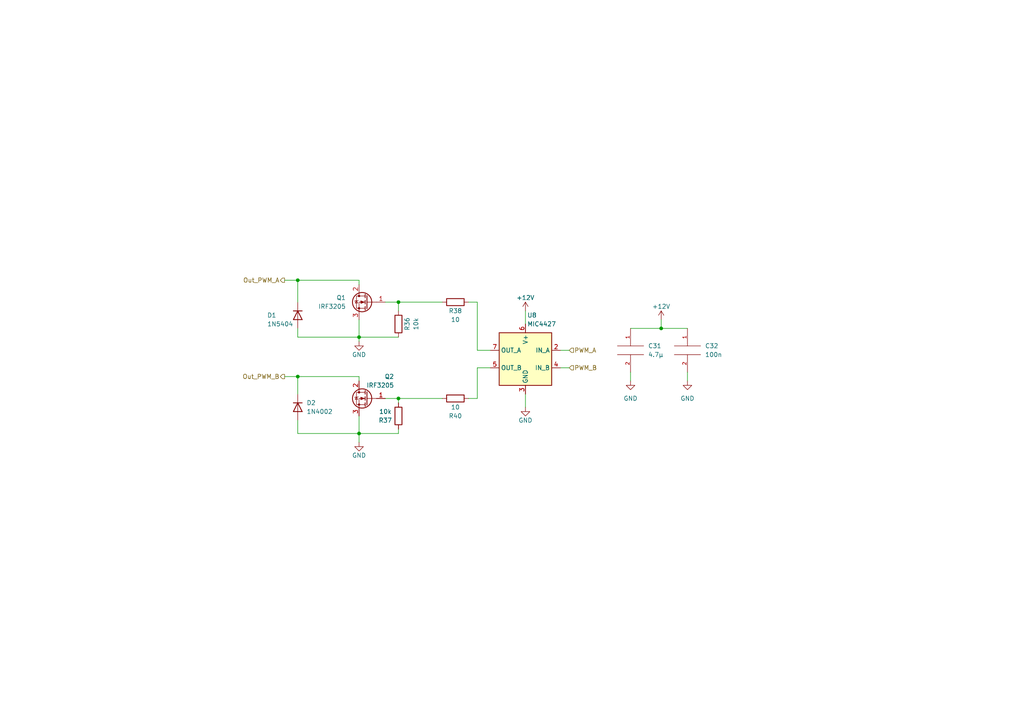
<source format=kicad_sch>
(kicad_sch (version 20211123) (generator eeschema)

  (uuid 1a01fbeb-2e4d-4349-8cf1-7d274ed47e82)

  (paper "A4")

  (lib_symbols
    (symbol "Device:R" (pin_numbers hide) (pin_names (offset 0)) (in_bom yes) (on_board yes)
      (property "Reference" "R" (id 0) (at 2.032 0 90)
        (effects (font (size 1.27 1.27)))
      )
      (property "Value" "R" (id 1) (at 0 0 90)
        (effects (font (size 1.27 1.27)))
      )
      (property "Footprint" "" (id 2) (at -1.778 0 90)
        (effects (font (size 1.27 1.27)) hide)
      )
      (property "Datasheet" "~" (id 3) (at 0 0 0)
        (effects (font (size 1.27 1.27)) hide)
      )
      (property "ki_keywords" "R res resistor" (id 4) (at 0 0 0)
        (effects (font (size 1.27 1.27)) hide)
      )
      (property "ki_description" "Resistor" (id 5) (at 0 0 0)
        (effects (font (size 1.27 1.27)) hide)
      )
      (property "ki_fp_filters" "R_*" (id 6) (at 0 0 0)
        (effects (font (size 1.27 1.27)) hide)
      )
      (symbol "R_0_1"
        (rectangle (start -1.016 -2.54) (end 1.016 2.54)
          (stroke (width 0.254) (type default) (color 0 0 0 0))
          (fill (type none))
        )
      )
      (symbol "R_1_1"
        (pin passive line (at 0 3.81 270) (length 1.27)
          (name "~" (effects (font (size 1.27 1.27))))
          (number "1" (effects (font (size 1.27 1.27))))
        )
        (pin passive line (at 0 -3.81 90) (length 1.27)
          (name "~" (effects (font (size 1.27 1.27))))
          (number "2" (effects (font (size 1.27 1.27))))
        )
      )
    )
    (symbol "Diode:1N4002" (pin_numbers hide) (pin_names (offset 1.016) hide) (in_bom yes) (on_board yes)
      (property "Reference" "D" (id 0) (at 0 2.54 0)
        (effects (font (size 1.27 1.27)))
      )
      (property "Value" "1N4002" (id 1) (at 0 -2.54 0)
        (effects (font (size 1.27 1.27)))
      )
      (property "Footprint" "Diode_THT:D_DO-41_SOD81_P10.16mm_Horizontal" (id 2) (at 0 -4.445 0)
        (effects (font (size 1.27 1.27)) hide)
      )
      (property "Datasheet" "http://www.vishay.com/docs/88503/1n4001.pdf" (id 3) (at 0 0 0)
        (effects (font (size 1.27 1.27)) hide)
      )
      (property "ki_keywords" "diode" (id 4) (at 0 0 0)
        (effects (font (size 1.27 1.27)) hide)
      )
      (property "ki_description" "100V 1A General Purpose Rectifier Diode, DO-41" (id 5) (at 0 0 0)
        (effects (font (size 1.27 1.27)) hide)
      )
      (property "ki_fp_filters" "D*DO?41*" (id 6) (at 0 0 0)
        (effects (font (size 1.27 1.27)) hide)
      )
      (symbol "1N4002_0_1"
        (polyline
          (pts
            (xy -1.27 1.27)
            (xy -1.27 -1.27)
          )
          (stroke (width 0.254) (type default) (color 0 0 0 0))
          (fill (type none))
        )
        (polyline
          (pts
            (xy 1.27 0)
            (xy -1.27 0)
          )
          (stroke (width 0) (type default) (color 0 0 0 0))
          (fill (type none))
        )
        (polyline
          (pts
            (xy 1.27 1.27)
            (xy 1.27 -1.27)
            (xy -1.27 0)
            (xy 1.27 1.27)
          )
          (stroke (width 0.254) (type default) (color 0 0 0 0))
          (fill (type none))
        )
      )
      (symbol "1N4002_1_1"
        (pin passive line (at -3.81 0 0) (length 2.54)
          (name "K" (effects (font (size 1.27 1.27))))
          (number "1" (effects (font (size 1.27 1.27))))
        )
        (pin passive line (at 3.81 0 180) (length 2.54)
          (name "A" (effects (font (size 1.27 1.27))))
          (number "2" (effects (font (size 1.27 1.27))))
        )
      )
    )
    (symbol "Diode:1N5404" (pin_numbers hide) (pin_names (offset 1.016) hide) (in_bom yes) (on_board yes)
      (property "Reference" "D" (id 0) (at 0 2.54 0)
        (effects (font (size 1.27 1.27)))
      )
      (property "Value" "1N5404" (id 1) (at 0 -2.54 0)
        (effects (font (size 1.27 1.27)))
      )
      (property "Footprint" "Diode_THT:D_DO-201AD_P15.24mm_Horizontal" (id 2) (at 0 -4.445 0)
        (effects (font (size 1.27 1.27)) hide)
      )
      (property "Datasheet" "http://www.vishay.com/docs/88516/1n5400.pdf" (id 3) (at 0 0 0)
        (effects (font (size 1.27 1.27)) hide)
      )
      (property "ki_keywords" "diode" (id 4) (at 0 0 0)
        (effects (font (size 1.27 1.27)) hide)
      )
      (property "ki_description" "400V 3A General Purpose Rectifier Diode, DO-201AD" (id 5) (at 0 0 0)
        (effects (font (size 1.27 1.27)) hide)
      )
      (property "ki_fp_filters" "D*DO?201AD*" (id 6) (at 0 0 0)
        (effects (font (size 1.27 1.27)) hide)
      )
      (symbol "1N5404_0_1"
        (polyline
          (pts
            (xy -1.27 1.27)
            (xy -1.27 -1.27)
          )
          (stroke (width 0.254) (type default) (color 0 0 0 0))
          (fill (type none))
        )
        (polyline
          (pts
            (xy 1.27 0)
            (xy -1.27 0)
          )
          (stroke (width 0) (type default) (color 0 0 0 0))
          (fill (type none))
        )
        (polyline
          (pts
            (xy 1.27 1.27)
            (xy 1.27 -1.27)
            (xy -1.27 0)
            (xy 1.27 1.27)
          )
          (stroke (width 0.254) (type default) (color 0 0 0 0))
          (fill (type none))
        )
      )
      (symbol "1N5404_1_1"
        (pin passive line (at -3.81 0 0) (length 2.54)
          (name "K" (effects (font (size 1.27 1.27))))
          (number "1" (effects (font (size 1.27 1.27))))
        )
        (pin passive line (at 3.81 0 180) (length 2.54)
          (name "A" (effects (font (size 1.27 1.27))))
          (number "2" (effects (font (size 1.27 1.27))))
        )
      )
    )
    (symbol "Driver_FET:MIC4427" (in_bom yes) (on_board yes)
      (property "Reference" "U" (id 0) (at -7.62 8.89 0)
        (effects (font (size 1.27 1.27)) (justify left))
      )
      (property "Value" "MIC4427" (id 1) (at 1.27 8.89 0)
        (effects (font (size 1.27 1.27)) (justify left))
      )
      (property "Footprint" "" (id 2) (at 0 -7.62 0)
        (effects (font (size 1.27 1.27)) hide)
      )
      (property "Datasheet" "http://ww1.microchip.com/downloads/en/DeviceDoc/mic4426.pdf" (id 3) (at 0 -7.62 0)
        (effects (font (size 1.27 1.27)) hide)
      )
      (property "ki_keywords" "Driver, Dual MOSFET" (id 4) (at 0 0 0)
        (effects (font (size 1.27 1.27)) hide)
      )
      (property "ki_description" "Dual 1.5A-Peak Low-Side MOSFET Driver, DIP-8/SOIC-8/MSOP-8" (id 5) (at 0 0 0)
        (effects (font (size 1.27 1.27)) hide)
      )
      (property "ki_fp_filters" "DIP*W7.62mm* SOIC*3.9x4.9mm*P1.27mm* MSOP*P0.65mm*" (id 6) (at 0 0 0)
        (effects (font (size 1.27 1.27)) hide)
      )
      (symbol "MIC4427_0_1"
        (rectangle (start -7.62 -7.62) (end 7.62 7.62)
          (stroke (width 0.254) (type default) (color 0 0 0 0))
          (fill (type background))
        )
      )
      (symbol "MIC4427_1_1"
        (pin no_connect line (at -7.62 0 0) (length 2.54) hide
          (name "NC" (effects (font (size 1.27 1.27))))
          (number "1" (effects (font (size 1.27 1.27))))
        )
        (pin input line (at -10.16 2.54 0) (length 2.54)
          (name "IN_A" (effects (font (size 1.27 1.27))))
          (number "2" (effects (font (size 1.27 1.27))))
        )
        (pin power_in line (at 0 -10.16 90) (length 2.54)
          (name "GND" (effects (font (size 1.27 1.27))))
          (number "3" (effects (font (size 1.27 1.27))))
        )
        (pin input line (at -10.16 -2.54 0) (length 2.54)
          (name "IN_B" (effects (font (size 1.27 1.27))))
          (number "4" (effects (font (size 1.27 1.27))))
        )
        (pin output line (at 10.16 -2.54 180) (length 2.54)
          (name "OUT_B" (effects (font (size 1.27 1.27))))
          (number "5" (effects (font (size 1.27 1.27))))
        )
        (pin power_in line (at 0 10.16 270) (length 2.54)
          (name "V+" (effects (font (size 1.27 1.27))))
          (number "6" (effects (font (size 1.27 1.27))))
        )
        (pin output line (at 10.16 2.54 180) (length 2.54)
          (name "OUT_A" (effects (font (size 1.27 1.27))))
          (number "7" (effects (font (size 1.27 1.27))))
        )
        (pin no_connect line (at 7.62 0 180) (length 2.54) hide
          (name "NC" (effects (font (size 1.27 1.27))))
          (number "8" (effects (font (size 1.27 1.27))))
        )
      )
    )
    (symbol "Transistor_FET:IRF3205" (pin_names hide) (in_bom yes) (on_board yes)
      (property "Reference" "Q" (id 0) (at 6.35 1.905 0)
        (effects (font (size 1.27 1.27)) (justify left))
      )
      (property "Value" "IRF3205" (id 1) (at 6.35 0 0)
        (effects (font (size 1.27 1.27)) (justify left))
      )
      (property "Footprint" "Package_TO_SOT_THT:TO-220-3_Vertical" (id 2) (at 6.35 -1.905 0)
        (effects (font (size 1.27 1.27) italic) (justify left) hide)
      )
      (property "Datasheet" "http://www.irf.com/product-info/datasheets/data/irf3205.pdf" (id 3) (at 0 0 0)
        (effects (font (size 1.27 1.27)) (justify left) hide)
      )
      (property "ki_keywords" "Single N-Channel HEXFET Power MOSFET" (id 4) (at 0 0 0)
        (effects (font (size 1.27 1.27)) hide)
      )
      (property "ki_description" "110A Id, 55V Vds, Single N-Channel HEXFET Power MOSFET, 8mOhm Ron, TO-220AB" (id 5) (at 0 0 0)
        (effects (font (size 1.27 1.27)) hide)
      )
      (property "ki_fp_filters" "TO?220*" (id 6) (at 0 0 0)
        (effects (font (size 1.27 1.27)) hide)
      )
      (symbol "IRF3205_0_1"
        (polyline
          (pts
            (xy 0.254 0)
            (xy -2.54 0)
          )
          (stroke (width 0) (type default) (color 0 0 0 0))
          (fill (type none))
        )
        (polyline
          (pts
            (xy 0.254 1.905)
            (xy 0.254 -1.905)
          )
          (stroke (width 0.254) (type default) (color 0 0 0 0))
          (fill (type none))
        )
        (polyline
          (pts
            (xy 0.762 -1.27)
            (xy 0.762 -2.286)
          )
          (stroke (width 0.254) (type default) (color 0 0 0 0))
          (fill (type none))
        )
        (polyline
          (pts
            (xy 0.762 0.508)
            (xy 0.762 -0.508)
          )
          (stroke (width 0.254) (type default) (color 0 0 0 0))
          (fill (type none))
        )
        (polyline
          (pts
            (xy 0.762 2.286)
            (xy 0.762 1.27)
          )
          (stroke (width 0.254) (type default) (color 0 0 0 0))
          (fill (type none))
        )
        (polyline
          (pts
            (xy 2.54 2.54)
            (xy 2.54 1.778)
          )
          (stroke (width 0) (type default) (color 0 0 0 0))
          (fill (type none))
        )
        (polyline
          (pts
            (xy 2.54 -2.54)
            (xy 2.54 0)
            (xy 0.762 0)
          )
          (stroke (width 0) (type default) (color 0 0 0 0))
          (fill (type none))
        )
        (polyline
          (pts
            (xy 0.762 -1.778)
            (xy 3.302 -1.778)
            (xy 3.302 1.778)
            (xy 0.762 1.778)
          )
          (stroke (width 0) (type default) (color 0 0 0 0))
          (fill (type none))
        )
        (polyline
          (pts
            (xy 1.016 0)
            (xy 2.032 0.381)
            (xy 2.032 -0.381)
            (xy 1.016 0)
          )
          (stroke (width 0) (type default) (color 0 0 0 0))
          (fill (type outline))
        )
        (polyline
          (pts
            (xy 2.794 0.508)
            (xy 2.921 0.381)
            (xy 3.683 0.381)
            (xy 3.81 0.254)
          )
          (stroke (width 0) (type default) (color 0 0 0 0))
          (fill (type none))
        )
        (polyline
          (pts
            (xy 3.302 0.381)
            (xy 2.921 -0.254)
            (xy 3.683 -0.254)
            (xy 3.302 0.381)
          )
          (stroke (width 0) (type default) (color 0 0 0 0))
          (fill (type none))
        )
        (circle (center 1.651 0) (radius 2.794)
          (stroke (width 0.254) (type default) (color 0 0 0 0))
          (fill (type none))
        )
        (circle (center 2.54 -1.778) (radius 0.254)
          (stroke (width 0) (type default) (color 0 0 0 0))
          (fill (type outline))
        )
        (circle (center 2.54 1.778) (radius 0.254)
          (stroke (width 0) (type default) (color 0 0 0 0))
          (fill (type outline))
        )
      )
      (symbol "IRF3205_1_1"
        (pin input line (at -5.08 0 0) (length 2.54)
          (name "G" (effects (font (size 1.27 1.27))))
          (number "1" (effects (font (size 1.27 1.27))))
        )
        (pin passive line (at 2.54 5.08 270) (length 2.54)
          (name "D" (effects (font (size 1.27 1.27))))
          (number "2" (effects (font (size 1.27 1.27))))
        )
        (pin passive line (at 2.54 -5.08 90) (length 2.54)
          (name "S" (effects (font (size 1.27 1.27))))
          (number "3" (effects (font (size 1.27 1.27))))
        )
      )
    )
    (symbol "power:+12V" (power) (pin_names (offset 0)) (in_bom yes) (on_board yes)
      (property "Reference" "#PWR" (id 0) (at 0 -3.81 0)
        (effects (font (size 1.27 1.27)) hide)
      )
      (property "Value" "+12V" (id 1) (at 0 3.556 0)
        (effects (font (size 1.27 1.27)))
      )
      (property "Footprint" "" (id 2) (at 0 0 0)
        (effects (font (size 1.27 1.27)) hide)
      )
      (property "Datasheet" "" (id 3) (at 0 0 0)
        (effects (font (size 1.27 1.27)) hide)
      )
      (property "ki_keywords" "power-flag" (id 4) (at 0 0 0)
        (effects (font (size 1.27 1.27)) hide)
      )
      (property "ki_description" "Power symbol creates a global label with name \"+12V\"" (id 5) (at 0 0 0)
        (effects (font (size 1.27 1.27)) hide)
      )
      (symbol "+12V_0_1"
        (polyline
          (pts
            (xy -0.762 1.27)
            (xy 0 2.54)
          )
          (stroke (width 0) (type default) (color 0 0 0 0))
          (fill (type none))
        )
        (polyline
          (pts
            (xy 0 0)
            (xy 0 2.54)
          )
          (stroke (width 0) (type default) (color 0 0 0 0))
          (fill (type none))
        )
        (polyline
          (pts
            (xy 0 2.54)
            (xy 0.762 1.27)
          )
          (stroke (width 0) (type default) (color 0 0 0 0))
          (fill (type none))
        )
      )
      (symbol "+12V_1_1"
        (pin power_in line (at 0 0 90) (length 0) hide
          (name "+12V" (effects (font (size 1.27 1.27))))
          (number "1" (effects (font (size 1.27 1.27))))
        )
      )
    )
    (symbol "power:GND" (power) (pin_names (offset 0)) (in_bom yes) (on_board yes)
      (property "Reference" "#PWR" (id 0) (at 0 -6.35 0)
        (effects (font (size 1.27 1.27)) hide)
      )
      (property "Value" "GND" (id 1) (at 0 -3.81 0)
        (effects (font (size 1.27 1.27)))
      )
      (property "Footprint" "" (id 2) (at 0 0 0)
        (effects (font (size 1.27 1.27)) hide)
      )
      (property "Datasheet" "" (id 3) (at 0 0 0)
        (effects (font (size 1.27 1.27)) hide)
      )
      (property "ki_keywords" "power-flag" (id 4) (at 0 0 0)
        (effects (font (size 1.27 1.27)) hide)
      )
      (property "ki_description" "Power symbol creates a global label with name \"GND\" , ground" (id 5) (at 0 0 0)
        (effects (font (size 1.27 1.27)) hide)
      )
      (symbol "GND_0_1"
        (polyline
          (pts
            (xy 0 0)
            (xy 0 -1.27)
            (xy 1.27 -1.27)
            (xy 0 -2.54)
            (xy -1.27 -1.27)
            (xy 0 -1.27)
          )
          (stroke (width 0) (type default) (color 0 0 0 0))
          (fill (type none))
        )
      )
      (symbol "GND_1_1"
        (pin power_in line (at 0 0 270) (length 0) hide
          (name "GND" (effects (font (size 1.27 1.27))))
          (number "1" (effects (font (size 1.27 1.27))))
        )
      )
    )
    (symbol "pspice:CAP" (pin_names (offset 0.254)) (in_bom yes) (on_board yes)
      (property "Reference" "C" (id 0) (at 2.54 3.81 90)
        (effects (font (size 1.27 1.27)))
      )
      (property "Value" "CAP" (id 1) (at 2.54 -3.81 90)
        (effects (font (size 1.27 1.27)))
      )
      (property "Footprint" "" (id 2) (at 0 0 0)
        (effects (font (size 1.27 1.27)) hide)
      )
      (property "Datasheet" "~" (id 3) (at 0 0 0)
        (effects (font (size 1.27 1.27)) hide)
      )
      (property "ki_keywords" "simulation" (id 4) (at 0 0 0)
        (effects (font (size 1.27 1.27)) hide)
      )
      (property "ki_description" "Capacitor symbol for simulation only" (id 5) (at 0 0 0)
        (effects (font (size 1.27 1.27)) hide)
      )
      (symbol "CAP_0_1"
        (polyline
          (pts
            (xy -3.81 -1.27)
            (xy 3.81 -1.27)
          )
          (stroke (width 0) (type default) (color 0 0 0 0))
          (fill (type none))
        )
        (polyline
          (pts
            (xy -3.81 1.27)
            (xy 3.81 1.27)
          )
          (stroke (width 0) (type default) (color 0 0 0 0))
          (fill (type none))
        )
      )
      (symbol "CAP_1_1"
        (pin passive line (at 0 6.35 270) (length 5.08)
          (name "~" (effects (font (size 1.016 1.016))))
          (number "1" (effects (font (size 1.016 1.016))))
        )
        (pin passive line (at 0 -6.35 90) (length 5.08)
          (name "~" (effects (font (size 1.016 1.016))))
          (number "2" (effects (font (size 1.016 1.016))))
        )
      )
    )
  )

  (junction (at 86.36 109.22) (diameter 0) (color 0 0 0 0)
    (uuid 21792e24-17d5-420b-ad51-a60303beeaba)
  )
  (junction (at 191.77 95.25) (diameter 0) (color 0 0 0 0)
    (uuid 395fe1ac-baec-407b-b190-4336313cf13a)
  )
  (junction (at 104.14 97.79) (diameter 0) (color 0 0 0 0)
    (uuid 4acbe9b0-24d9-4c36-94bb-d3abc118fc28)
  )
  (junction (at 115.57 87.63) (diameter 0) (color 0 0 0 0)
    (uuid 5fbef2f1-f477-405c-a993-fe93035831e6)
  )
  (junction (at 115.57 115.57) (diameter 0) (color 0 0 0 0)
    (uuid 8a379652-5a5b-4e0a-a25e-4db421dbf5be)
  )
  (junction (at 104.14 125.73) (diameter 0) (color 0 0 0 0)
    (uuid bf96b2dc-325c-42bc-b4c0-0f533584192e)
  )
  (junction (at 86.36 81.28) (diameter 0) (color 0 0 0 0)
    (uuid ed1f76dd-f3d2-4455-aec4-a188cda0d3ab)
  )

  (wire (pts (xy 104.14 128.27) (xy 104.14 125.73))
    (stroke (width 0) (type default) (color 0 0 0 0))
    (uuid 0355ec03-a572-41fc-aed5-47692c59d1c6)
  )
  (wire (pts (xy 135.89 87.63) (xy 138.43 87.63))
    (stroke (width 0) (type default) (color 0 0 0 0))
    (uuid 03c82a80-f98b-48a3-991b-3eaa70b0f6bc)
  )
  (wire (pts (xy 152.4 90.17) (xy 152.4 93.98))
    (stroke (width 0) (type default) (color 0 0 0 0))
    (uuid 09bc53dc-98b0-4269-bd5a-1661f0b52a67)
  )
  (wire (pts (xy 86.36 125.73) (xy 104.14 125.73))
    (stroke (width 0) (type default) (color 0 0 0 0))
    (uuid 0b9deeb7-6228-4999-822a-0c18c6696aa3)
  )
  (wire (pts (xy 86.36 97.79) (xy 104.14 97.79))
    (stroke (width 0) (type default) (color 0 0 0 0))
    (uuid 1a76de0f-b2d9-4ed1-9388-112b7c36130e)
  )
  (wire (pts (xy 115.57 115.57) (xy 115.57 116.84))
    (stroke (width 0) (type default) (color 0 0 0 0))
    (uuid 1d523dea-c896-4199-8954-8a720d69b708)
  )
  (wire (pts (xy 115.57 124.46) (xy 115.57 125.73))
    (stroke (width 0) (type default) (color 0 0 0 0))
    (uuid 32be77c7-72e5-46e9-8d05-ed444a148c74)
  )
  (wire (pts (xy 199.39 107.95) (xy 199.39 110.49))
    (stroke (width 0) (type default) (color 0 0 0 0))
    (uuid 3308f3c8-e89b-420d-b914-51a46a68efc3)
  )
  (wire (pts (xy 138.43 87.63) (xy 138.43 101.6))
    (stroke (width 0) (type default) (color 0 0 0 0))
    (uuid 40ea971e-0133-4952-a63d-222edb4f2523)
  )
  (wire (pts (xy 115.57 97.79) (xy 104.14 97.79))
    (stroke (width 0) (type default) (color 0 0 0 0))
    (uuid 4482532e-8659-4926-ab4d-1bb634a4e88b)
  )
  (wire (pts (xy 138.43 106.68) (xy 138.43 115.57))
    (stroke (width 0) (type default) (color 0 0 0 0))
    (uuid 4563c3b4-74e3-45e7-9917-83510c8b6a5f)
  )
  (wire (pts (xy 162.56 101.6) (xy 165.1 101.6))
    (stroke (width 0) (type default) (color 0 0 0 0))
    (uuid 528d0a9a-615d-4c53-9bc9-4041210a328e)
  )
  (wire (pts (xy 182.88 107.95) (xy 182.88 110.49))
    (stroke (width 0) (type default) (color 0 0 0 0))
    (uuid 56fb9c47-2b54-4444-8271-6e3870bb7509)
  )
  (wire (pts (xy 104.14 82.55) (xy 104.14 81.28))
    (stroke (width 0) (type default) (color 0 0 0 0))
    (uuid 5921e868-c948-4d32-9912-235cfd68f1f1)
  )
  (wire (pts (xy 86.36 121.92) (xy 86.36 125.73))
    (stroke (width 0) (type default) (color 0 0 0 0))
    (uuid 5ade1290-2c8e-4092-99fa-7fde106f84b1)
  )
  (wire (pts (xy 86.36 109.22) (xy 86.36 114.3))
    (stroke (width 0) (type default) (color 0 0 0 0))
    (uuid 5daa3e1e-962d-4f39-ade0-a7c829917483)
  )
  (wire (pts (xy 142.24 106.68) (xy 138.43 106.68))
    (stroke (width 0) (type default) (color 0 0 0 0))
    (uuid 5e36d621-c53e-41f7-9998-aac376537eda)
  )
  (wire (pts (xy 115.57 115.57) (xy 111.76 115.57))
    (stroke (width 0) (type default) (color 0 0 0 0))
    (uuid 5e9c3bf1-5cae-4e18-a2c2-8d5c7e5a5f05)
  )
  (wire (pts (xy 86.36 95.25) (xy 86.36 97.79))
    (stroke (width 0) (type default) (color 0 0 0 0))
    (uuid 7e37bb76-fde1-49df-a29f-e2322a016389)
  )
  (wire (pts (xy 191.77 92.71) (xy 191.77 95.25))
    (stroke (width 0) (type default) (color 0 0 0 0))
    (uuid 81f9ff2d-4f45-44a6-b3b7-387d9e47ff15)
  )
  (wire (pts (xy 82.55 109.22) (xy 86.36 109.22))
    (stroke (width 0) (type default) (color 0 0 0 0))
    (uuid 860d18c8-0d2a-418c-8fc9-b32d85267a95)
  )
  (wire (pts (xy 104.14 110.49) (xy 104.14 109.22))
    (stroke (width 0) (type default) (color 0 0 0 0))
    (uuid 8b35f3c6-276b-4621-9b2d-d37e125f7606)
  )
  (wire (pts (xy 191.77 95.25) (xy 199.39 95.25))
    (stroke (width 0) (type default) (color 0 0 0 0))
    (uuid 8cc5111b-1f55-4b38-b823-e65a597e57c8)
  )
  (wire (pts (xy 162.56 106.68) (xy 165.1 106.68))
    (stroke (width 0) (type default) (color 0 0 0 0))
    (uuid a1d26ffa-5af8-45dd-a710-1168fcce205d)
  )
  (wire (pts (xy 86.36 109.22) (xy 104.14 109.22))
    (stroke (width 0) (type default) (color 0 0 0 0))
    (uuid a54c2195-5659-4d7e-9ac2-3b6aa96935d7)
  )
  (wire (pts (xy 135.89 115.57) (xy 138.43 115.57))
    (stroke (width 0) (type default) (color 0 0 0 0))
    (uuid a9c059ef-d279-495e-a821-a8ed6d4858e3)
  )
  (wire (pts (xy 182.88 95.25) (xy 191.77 95.25))
    (stroke (width 0) (type default) (color 0 0 0 0))
    (uuid a9f3f5d6-c67d-40c7-ba13-6980cf1fb676)
  )
  (wire (pts (xy 142.24 101.6) (xy 138.43 101.6))
    (stroke (width 0) (type default) (color 0 0 0 0))
    (uuid b899ca95-0310-4e6d-a87d-6b78faccda8c)
  )
  (wire (pts (xy 115.57 87.63) (xy 128.27 87.63))
    (stroke (width 0) (type default) (color 0 0 0 0))
    (uuid ba7fa900-ca9e-4c7e-81cb-96de398ac381)
  )
  (wire (pts (xy 104.14 125.73) (xy 115.57 125.73))
    (stroke (width 0) (type default) (color 0 0 0 0))
    (uuid ca105142-3ded-41cf-b6a1-5e14f33e3bd5)
  )
  (wire (pts (xy 104.14 125.73) (xy 104.14 120.65))
    (stroke (width 0) (type default) (color 0 0 0 0))
    (uuid ca64c9ee-19b3-47e9-895a-1844336c34aa)
  )
  (wire (pts (xy 104.14 97.79) (xy 104.14 99.06))
    (stroke (width 0) (type default) (color 0 0 0 0))
    (uuid cb71a79b-1583-4876-9050-09fc687e8abf)
  )
  (wire (pts (xy 152.4 114.3) (xy 152.4 118.11))
    (stroke (width 0) (type default) (color 0 0 0 0))
    (uuid d193adef-8636-4d0e-98aa-3ccaaf75d8ae)
  )
  (wire (pts (xy 86.36 81.28) (xy 86.36 87.63))
    (stroke (width 0) (type default) (color 0 0 0 0))
    (uuid d71805a8-df13-438f-a1fd-42e1e1c3269c)
  )
  (wire (pts (xy 104.14 92.71) (xy 104.14 97.79))
    (stroke (width 0) (type default) (color 0 0 0 0))
    (uuid dab2493c-7090-48b1-9f8b-025592ab739a)
  )
  (wire (pts (xy 104.14 81.28) (xy 86.36 81.28))
    (stroke (width 0) (type default) (color 0 0 0 0))
    (uuid e31a4aef-c6cd-4027-afa9-41afe86a4dc1)
  )
  (wire (pts (xy 86.36 81.28) (xy 82.55 81.28))
    (stroke (width 0) (type default) (color 0 0 0 0))
    (uuid edd7b3d5-ab02-4497-a44f-635aeef9a838)
  )
  (wire (pts (xy 115.57 115.57) (xy 128.27 115.57))
    (stroke (width 0) (type default) (color 0 0 0 0))
    (uuid f308592e-7882-4692-9f04-9b88e741739c)
  )
  (wire (pts (xy 115.57 87.63) (xy 115.57 90.17))
    (stroke (width 0) (type default) (color 0 0 0 0))
    (uuid f4dd5e83-8931-4cf9-a7fc-fc0e92697b31)
  )
  (wire (pts (xy 115.57 87.63) (xy 111.76 87.63))
    (stroke (width 0) (type default) (color 0 0 0 0))
    (uuid fe3e4aa8-a17f-4a30-bd42-7033cacb5257)
  )

  (hierarchical_label "PWM_B" (shape input) (at 165.1 106.68 0)
    (effects (font (size 1.27 1.27)) (justify left))
    (uuid 0ac8ed06-0fdd-44a9-b62e-699b957ec731)
  )
  (hierarchical_label "PWM_A" (shape input) (at 165.1 101.6 0)
    (effects (font (size 1.27 1.27)) (justify left))
    (uuid 57eee7f4-d500-4205-bbd2-8ddedfad8e7b)
  )
  (hierarchical_label "Out_PWM_B" (shape output) (at 82.55 109.22 180)
    (effects (font (size 1.27 1.27)) (justify right))
    (uuid 9afa37c5-96ea-4fba-9cb2-b2c69defefc2)
  )
  (hierarchical_label "Out_PWM_A" (shape output) (at 82.55 81.28 180)
    (effects (font (size 1.27 1.27)) (justify right))
    (uuid fd67510d-ef7b-48f1-9761-363bfb5ffa10)
  )

  (symbol (lib_id "power:+12V") (at 191.77 92.71 0) (unit 1)
    (in_bom yes) (on_board yes)
    (uuid 1249a8d0-0ccd-45ef-ad84-c42457a310d7)
    (property "Reference" "#PWR051" (id 0) (at 191.77 96.52 0)
      (effects (font (size 1.27 1.27)) hide)
    )
    (property "Value" "+12V" (id 1) (at 191.77 88.9 0))
    (property "Footprint" "" (id 2) (at 191.77 92.71 0)
      (effects (font (size 1.27 1.27)) hide)
    )
    (property "Datasheet" "" (id 3) (at 191.77 92.71 0)
      (effects (font (size 1.27 1.27)) hide)
    )
    (pin "1" (uuid ff46a179-dbf3-436a-8e36-db92752c9fa3))
  )

  (symbol (lib_id "Device:R") (at 132.08 87.63 90) (unit 1)
    (in_bom yes) (on_board yes)
    (uuid 1ad1b25a-3bf7-4618-b873-76b5f3a26167)
    (property "Reference" "R38" (id 0) (at 132.08 90.17 90))
    (property "Value" "10" (id 1) (at 132.08 92.71 90))
    (property "Footprint" "Resistor_SMD:R_0603_1608Metric" (id 2) (at 132.08 89.408 90)
      (effects (font (size 1.27 1.27)) hide)
    )
    (property "Datasheet" "~" (id 3) (at 132.08 87.63 0)
      (effects (font (size 1.27 1.27)) hide)
    )
    (pin "1" (uuid 624bcbc6-d22f-4f20-ac5c-a61b1b203e1d))
    (pin "2" (uuid e9e618a0-0ee1-4e4c-a362-1fe5b9984c19))
  )

  (symbol (lib_id "power:GND") (at 104.14 99.06 0) (unit 1)
    (in_bom yes) (on_board yes)
    (uuid 1e0d7df9-d27d-4745-aa80-e08672094e44)
    (property "Reference" "#PWR046" (id 0) (at 104.14 105.41 0)
      (effects (font (size 1.27 1.27)) hide)
    )
    (property "Value" "GND" (id 1) (at 104.14 102.87 0))
    (property "Footprint" "" (id 2) (at 104.14 99.06 0)
      (effects (font (size 1.27 1.27)) hide)
    )
    (property "Datasheet" "" (id 3) (at 104.14 99.06 0)
      (effects (font (size 1.27 1.27)) hide)
    )
    (pin "1" (uuid 1dbc30b2-be8a-4b7e-af04-3381392cc3f6))
  )

  (symbol (lib_id "power:GND") (at 182.88 110.49 0) (unit 1)
    (in_bom yes) (on_board yes)
    (uuid 2083a538-ff58-4877-b4b2-68c39a9ce111)
    (property "Reference" "#PWR050" (id 0) (at 182.88 116.84 0)
      (effects (font (size 1.27 1.27)) hide)
    )
    (property "Value" "GND" (id 1) (at 182.88 115.57 0))
    (property "Footprint" "" (id 2) (at 182.88 110.49 0)
      (effects (font (size 1.27 1.27)) hide)
    )
    (property "Datasheet" "" (id 3) (at 182.88 110.49 0)
      (effects (font (size 1.27 1.27)) hide)
    )
    (pin "1" (uuid 36390805-5771-4d31-8bf2-61a91e4359f1))
  )

  (symbol (lib_id "power:GND") (at 199.39 110.49 0) (unit 1)
    (in_bom yes) (on_board yes)
    (uuid 2f6a7511-508f-4a68-b8cf-4306b601a9a7)
    (property "Reference" "#PWR052" (id 0) (at 199.39 116.84 0)
      (effects (font (size 1.27 1.27)) hide)
    )
    (property "Value" "GND" (id 1) (at 199.39 115.57 0))
    (property "Footprint" "" (id 2) (at 199.39 110.49 0)
      (effects (font (size 1.27 1.27)) hide)
    )
    (property "Datasheet" "" (id 3) (at 199.39 110.49 0)
      (effects (font (size 1.27 1.27)) hide)
    )
    (pin "1" (uuid 55bb0d70-dcae-4b4f-92f4-a1a228d2fa7c))
  )

  (symbol (lib_id "Diode:1N4002") (at 86.36 118.11 270) (unit 1)
    (in_bom yes) (on_board yes) (fields_autoplaced)
    (uuid 362349e5-aa2c-4ebb-8b90-d160aa329a0e)
    (property "Reference" "D2" (id 0) (at 88.9 116.8399 90)
      (effects (font (size 1.27 1.27)) (justify left))
    )
    (property "Value" "1N4002" (id 1) (at 88.9 119.3799 90)
      (effects (font (size 1.27 1.27)) (justify left))
    )
    (property "Footprint" "Diode_THT:D_DO-41_SOD81_P10.16mm_Horizontal" (id 2) (at 81.915 118.11 0)
      (effects (font (size 1.27 1.27)) hide)
    )
    (property "Datasheet" "http://www.vishay.com/docs/88503/1n4001.pdf" (id 3) (at 86.36 118.11 0)
      (effects (font (size 1.27 1.27)) hide)
    )
    (pin "1" (uuid 02729614-4e55-457a-adbf-30bb1261f8e7))
    (pin "2" (uuid 255431ab-eac8-4a39-a196-34cc602c7591))
  )

  (symbol (lib_id "power:GND") (at 152.4 118.11 0) (unit 1)
    (in_bom yes) (on_board yes)
    (uuid 44b3be29-868c-4d58-8669-34c8abc9f696)
    (property "Reference" "#PWR049" (id 0) (at 152.4 124.46 0)
      (effects (font (size 1.27 1.27)) hide)
    )
    (property "Value" "GND" (id 1) (at 152.4 121.92 0))
    (property "Footprint" "" (id 2) (at 152.4 118.11 0)
      (effects (font (size 1.27 1.27)) hide)
    )
    (property "Datasheet" "" (id 3) (at 152.4 118.11 0)
      (effects (font (size 1.27 1.27)) hide)
    )
    (pin "1" (uuid f31d0fe0-d612-46b4-a7fc-54ae6315e513))
  )

  (symbol (lib_id "Device:R") (at 132.08 115.57 90) (unit 1)
    (in_bom yes) (on_board yes)
    (uuid 567c9df1-7e2c-464f-9ad5-c1966717b3a6)
    (property "Reference" "R40" (id 0) (at 132.08 120.65 90))
    (property "Value" "10" (id 1) (at 132.08 118.11 90))
    (property "Footprint" "Resistor_SMD:R_0603_1608Metric" (id 2) (at 132.08 117.348 90)
      (effects (font (size 1.27 1.27)) hide)
    )
    (property "Datasheet" "~" (id 3) (at 132.08 115.57 0)
      (effects (font (size 1.27 1.27)) hide)
    )
    (pin "1" (uuid ec025924-f58e-4e6a-8f4a-73cfcae3fa68))
    (pin "2" (uuid 05fc40f2-47ea-489a-97a3-f354d3d4c95a))
  )

  (symbol (lib_id "power:GND") (at 104.14 128.27 0) (unit 1)
    (in_bom yes) (on_board yes)
    (uuid 6f198de0-7843-49c1-8bfe-0b93373716ee)
    (property "Reference" "#PWR047" (id 0) (at 104.14 134.62 0)
      (effects (font (size 1.27 1.27)) hide)
    )
    (property "Value" "GND" (id 1) (at 104.14 132.08 0))
    (property "Footprint" "" (id 2) (at 104.14 128.27 0)
      (effects (font (size 1.27 1.27)) hide)
    )
    (property "Datasheet" "" (id 3) (at 104.14 128.27 0)
      (effects (font (size 1.27 1.27)) hide)
    )
    (pin "1" (uuid fc8251a7-224b-4663-aa45-f10e115cc1da))
  )

  (symbol (lib_id "Transistor_FET:IRF3205") (at 106.68 87.63 0) (mirror y) (unit 1)
    (in_bom yes) (on_board yes) (fields_autoplaced)
    (uuid 7cd94888-cd91-4088-908c-6b21e466d356)
    (property "Reference" "Q1" (id 0) (at 100.33 86.3599 0)
      (effects (font (size 1.27 1.27)) (justify left))
    )
    (property "Value" "IRF3205" (id 1) (at 100.33 88.8999 0)
      (effects (font (size 1.27 1.27)) (justify left))
    )
    (property "Footprint" "Package_TO_SOT_THT:TO-220-3_Vertical" (id 2) (at 100.33 89.535 0)
      (effects (font (size 1.27 1.27) italic) (justify left) hide)
    )
    (property "Datasheet" "http://www.irf.com/product-info/datasheets/data/irf3205.pdf" (id 3) (at 106.68 87.63 0)
      (effects (font (size 1.27 1.27)) (justify left) hide)
    )
    (pin "1" (uuid 7f6e0401-1559-4c2c-88aa-25f4fdb5190b))
    (pin "2" (uuid e3b44920-a323-4628-b459-f36cffbc642c))
    (pin "3" (uuid b470b0e3-c2ce-45f1-ad08-54622f1001c4))
  )

  (symbol (lib_id "Driver_FET:MIC4427") (at 152.4 104.14 0) (mirror y) (unit 1)
    (in_bom yes) (on_board yes) (fields_autoplaced)
    (uuid 9446a268-19d5-40b9-beb0-da73cbaf320d)
    (property "Reference" "U8" (id 0) (at 152.9206 91.44 0)
      (effects (font (size 1.27 1.27)) (justify right))
    )
    (property "Value" "MIC4427" (id 1) (at 152.9206 93.98 0)
      (effects (font (size 1.27 1.27)) (justify right))
    )
    (property "Footprint" "Package_SO:SOIC-8_3.9x4.9mm_P1.27mm" (id 2) (at 152.4 111.76 0)
      (effects (font (size 1.27 1.27)) hide)
    )
    (property "Datasheet" "http://ww1.microchip.com/downloads/en/DeviceDoc/mic4426.pdf" (id 3) (at 152.4 111.76 0)
      (effects (font (size 1.27 1.27)) hide)
    )
    (pin "1" (uuid 69a92eb2-f53d-4ada-8482-2eb330ebebf5))
    (pin "2" (uuid 8ddbcebb-53e0-4222-b90e-6336e8d8b5de))
    (pin "3" (uuid e1542e64-bd05-4137-902a-c62a56fc11af))
    (pin "4" (uuid 63a8c712-b1e0-4e5d-be83-0940f787ab61))
    (pin "5" (uuid 33465630-d3d2-4522-aa2f-c89dcffdd8da))
    (pin "6" (uuid f5e2256e-8457-42df-9d7f-180a2004802e))
    (pin "7" (uuid 62cc9d3d-54ca-4ca4-b3a5-cf17946a10af))
    (pin "8" (uuid e1c86c19-dde9-41cd-9425-00987a20b985))
  )

  (symbol (lib_id "pspice:CAP") (at 199.39 101.6 0) (unit 1)
    (in_bom yes) (on_board yes) (fields_autoplaced)
    (uuid 9bf1e0f9-4644-4e10-bd49-8fd8cafcb406)
    (property "Reference" "C32" (id 0) (at 204.47 100.3299 0)
      (effects (font (size 1.27 1.27)) (justify left))
    )
    (property "Value" "100n" (id 1) (at 204.47 102.8699 0)
      (effects (font (size 1.27 1.27)) (justify left))
    )
    (property "Footprint" "Capacitor_SMD:C_0603_1608Metric" (id 2) (at 199.39 101.6 0)
      (effects (font (size 1.27 1.27)) hide)
    )
    (property "Datasheet" "~" (id 3) (at 199.39 101.6 0)
      (effects (font (size 1.27 1.27)) hide)
    )
    (pin "1" (uuid f89f175b-89c9-45f1-bbf1-5d957f4d48c3))
    (pin "2" (uuid a3f5ffd8-abcc-44f8-ae4c-9e385a55b2e8))
  )

  (symbol (lib_id "pspice:CAP") (at 182.88 101.6 0) (unit 1)
    (in_bom yes) (on_board yes) (fields_autoplaced)
    (uuid a17c4083-1409-401f-8205-722a9254533c)
    (property "Reference" "C31" (id 0) (at 187.96 100.3299 0)
      (effects (font (size 1.27 1.27)) (justify left))
    )
    (property "Value" "4.7µ" (id 1) (at 187.96 102.8699 0)
      (effects (font (size 1.27 1.27)) (justify left))
    )
    (property "Footprint" "Capacitor_SMD:C_0805_2012Metric" (id 2) (at 182.88 101.6 0)
      (effects (font (size 1.27 1.27)) hide)
    )
    (property "Datasheet" "~" (id 3) (at 182.88 101.6 0)
      (effects (font (size 1.27 1.27)) hide)
    )
    (pin "1" (uuid 0afe8700-a53a-4c66-9573-8e60ef5a3e96))
    (pin "2" (uuid 1d2f80a1-c9f4-48da-9890-2c939a2cfd4b))
  )

  (symbol (lib_id "Device:R") (at 115.57 120.65 0) (unit 1)
    (in_bom yes) (on_board yes)
    (uuid acfb13f9-a50b-4b4d-a042-572690230f8f)
    (property "Reference" "R37" (id 0) (at 111.76 121.92 0))
    (property "Value" "10k" (id 1) (at 111.76 119.38 0))
    (property "Footprint" "Resistor_SMD:R_0603_1608Metric" (id 2) (at 113.792 120.65 90)
      (effects (font (size 1.27 1.27)) hide)
    )
    (property "Datasheet" "~" (id 3) (at 115.57 120.65 0)
      (effects (font (size 1.27 1.27)) hide)
    )
    (pin "1" (uuid 084c0515-8051-4853-bc05-68086231d2fc))
    (pin "2" (uuid 3cb3e59a-1a0a-471f-97e7-7d44200c01f9))
  )

  (symbol (lib_id "Diode:1N5404") (at 86.36 91.44 270) (unit 1)
    (in_bom yes) (on_board yes)
    (uuid adff151f-fc3b-4ff8-9cc0-0740e5ab4889)
    (property "Reference" "D1" (id 0) (at 77.47 91.44 90)
      (effects (font (size 1.27 1.27)) (justify left))
    )
    (property "Value" "1N5404" (id 1) (at 77.47 93.98 90)
      (effects (font (size 1.27 1.27)) (justify left))
    )
    (property "Footprint" "Diode_THT:D_DO-201AD_P15.24mm_Horizontal" (id 2) (at 81.915 91.44 0)
      (effects (font (size 1.27 1.27)) hide)
    )
    (property "Datasheet" "http://www.vishay.com/docs/88516/1n5400.pdf" (id 3) (at 86.36 91.44 0)
      (effects (font (size 1.27 1.27)) hide)
    )
    (pin "1" (uuid 47d501ae-1aa3-4164-bedf-deca544f5775))
    (pin "2" (uuid 46ee3dd5-393c-4b7d-8991-9c53c48b7d37))
  )

  (symbol (lib_id "power:+12V") (at 152.4 90.17 0) (unit 1)
    (in_bom yes) (on_board yes)
    (uuid bf0c49e1-e04c-4887-b73f-7e18d58c132c)
    (property "Reference" "#PWR048" (id 0) (at 152.4 93.98 0)
      (effects (font (size 1.27 1.27)) hide)
    )
    (property "Value" "+12V" (id 1) (at 152.4 86.36 0))
    (property "Footprint" "" (id 2) (at 152.4 90.17 0)
      (effects (font (size 1.27 1.27)) hide)
    )
    (property "Datasheet" "" (id 3) (at 152.4 90.17 0)
      (effects (font (size 1.27 1.27)) hide)
    )
    (pin "1" (uuid 51b67c83-3551-4878-9fe1-66a4e7c00274))
  )

  (symbol (lib_id "Device:R") (at 115.57 93.98 180) (unit 1)
    (in_bom yes) (on_board yes)
    (uuid d92bb684-e720-45e0-9aca-b051f3cc8030)
    (property "Reference" "R36" (id 0) (at 118.11 93.98 90))
    (property "Value" "10k" (id 1) (at 120.65 93.98 90))
    (property "Footprint" "Resistor_SMD:R_0603_1608Metric" (id 2) (at 117.348 93.98 90)
      (effects (font (size 1.27 1.27)) hide)
    )
    (property "Datasheet" "~" (id 3) (at 115.57 93.98 0)
      (effects (font (size 1.27 1.27)) hide)
    )
    (pin "1" (uuid deef2e73-25f9-4730-afff-c96c9040f904))
    (pin "2" (uuid 33d5540c-64d4-460b-b8d9-478c3bd1cbdd))
  )

  (symbol (lib_id "Transistor_FET:IRF3205") (at 106.68 115.57 0) (mirror y) (unit 1)
    (in_bom yes) (on_board yes)
    (uuid e43f7a26-d892-48a6-9e13-3e4277872b05)
    (property "Reference" "Q2" (id 0) (at 114.3 109.22 0)
      (effects (font (size 1.27 1.27)) (justify left))
    )
    (property "Value" "IRF3205" (id 1) (at 114.3 111.76 0)
      (effects (font (size 1.27 1.27)) (justify left))
    )
    (property "Footprint" "Package_TO_SOT_THT:TO-220-3_Vertical" (id 2) (at 100.33 117.475 0)
      (effects (font (size 1.27 1.27) italic) (justify left) hide)
    )
    (property "Datasheet" "http://www.irf.com/product-info/datasheets/data/irf3205.pdf" (id 3) (at 106.68 115.57 0)
      (effects (font (size 1.27 1.27)) (justify left) hide)
    )
    (pin "1" (uuid 90a894cb-143f-48b2-b284-6fd021ec6945))
    (pin "2" (uuid 912de6ee-3ac9-4f9c-9fc9-90c2988816a4))
    (pin "3" (uuid da0f3909-615a-485a-9b40-6f84f8868954))
  )
)

</source>
